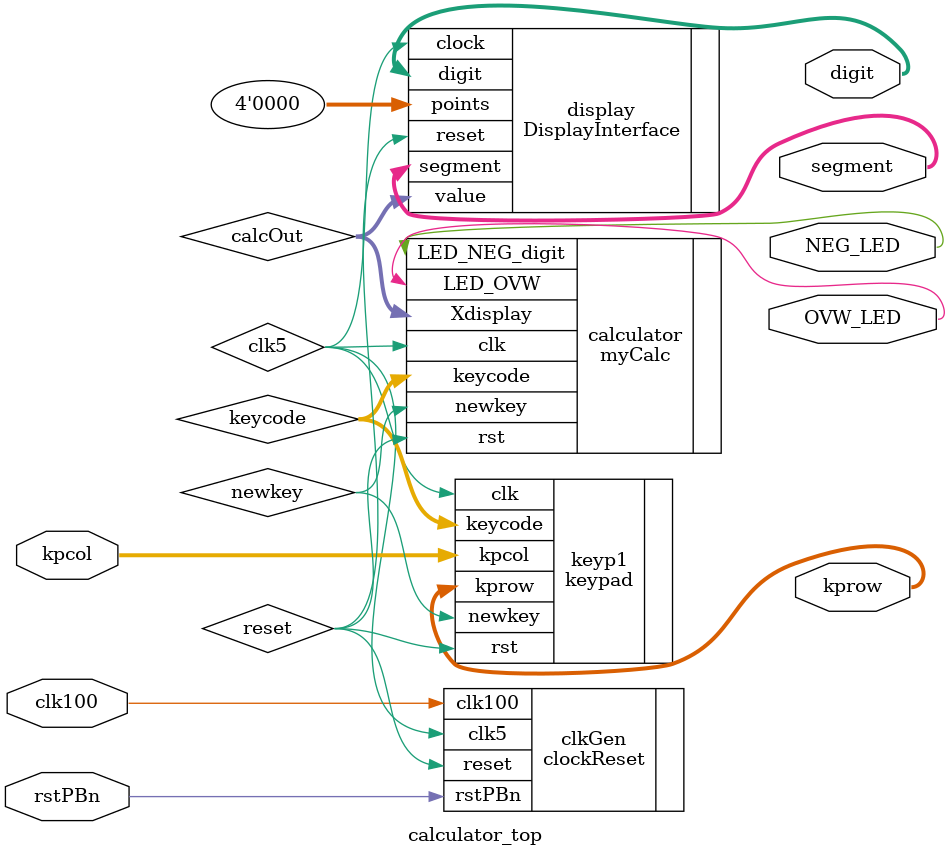
<source format=v>
module calculator_top(
        input clk100,		 // 100 MHz clock from oscillator on board
        input rstPBn,		 // reset signal, active low, from CPU RESET pushbutton
        input [5:0] kpcol,   // keypad column signals
        output [3:0] kprow,  // keypad row signals
        output [7:0] digit,  // digit controls - active low (7 on left, 0 on right)
        output [7:0] segment, // segment controls - active low (a b c d e f g dp)
        output NEG_LED,
        output OVW_LED
        );

// ===========================================================================
// Interconnecting Signals
    wire clk5;              // 5 MHz clock signal, buffered
    wire reset;             // internal reset signal, active high
    wire newkey;            // pulse to indicate new key pressed, keycode valid
    wire [4:0] keycode;     // 5-bit code to identify key pressed
    wire [15:0] calcOut;    // 16-bit output from calculator, to be displayed
// ===========================================================================
// Instantiate clock and reset generator, connect to signals
    clockReset  clkGen  (
            .clk100 (clk100),
            .rstPBn (rstPBn),
            .clk5   (clk5),
            .reset  (reset) );

//==================================================================================
// Calculator logic - instantiate your calculator here, and remove the section below
	myCalc calculator (
        .clk (clk5),
        .rst (reset),
        .keycode (keycode),
        .newkey (newkey),
        .Xdisplay (calcOut),
        .LED_NEG_digit(NEG_LED),
        .LED_OVW(OVW_LED)
        
        );

//==================================================================================
// Keypad test hardware - remove this when adding the calculator logic
   // reg [9:0] keyCodes;    // holds last two key codes, 5 bits each
  //  always @ (posedge clk5 or posedge reset)
  //      if (reset) keyCodes <= 10'b0;
   //     else if (newkey) keyCodes <= {keyCodes[4:0],keycode};
// Arrange the key codes to display as 2 hex digits each
  //  assign calcOut = {3'b0,keyCodes[9:5],3'b0,keyCodes[4:0]};
	
//==================================================================================
// Keypad interface to scan keypad and return valid keycodes
    keypad keyp1 (
        .clk(clk5),            // clock for keypad module is 5 MHz
        .rst(reset),            // reset is internal reset signal
        .kpcol(kpcol),            // 6 keypad column inputs
        .kprow(kprow),            // 4 keypad row outputs
        .newkey(newkey),        // new key signal
        .keycode(keycode)        // 5-bit code representing key
        );

//==================================================================================
// Display interface, for 4 digits - replace with your display interface
	DisplayInterface display (
	       .clock(clk5), 
	       .reset(reset), 
	       .value(calcOut),
	       .points(4'b0000),    // use a dot to separate key codes for test
		   .digit(digit), // only using rightmost 4 digits
		   .segment(segment)
		   );
	
	//assign digit[7:4] = 4'b1111;   // turn off unused digits
	
endmodule

</source>
